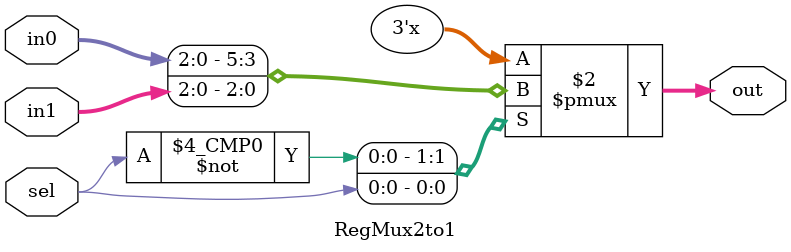
<source format=v>
module RegMux2to1(
    input wire [2:0] in0,    // 3-bit input 0  
    input wire [2:0] in1,    // 3-bit input 1
    input wire  sel,          // 1-bit selector
    output reg [2:0] out     // 3-bit output
);


    always @(*) begin
        case (sel)
            1'b0: out = in0;  //Rd
            1'b1: out = in1;  //Rt
        endcase
    end

endmodule

</source>
